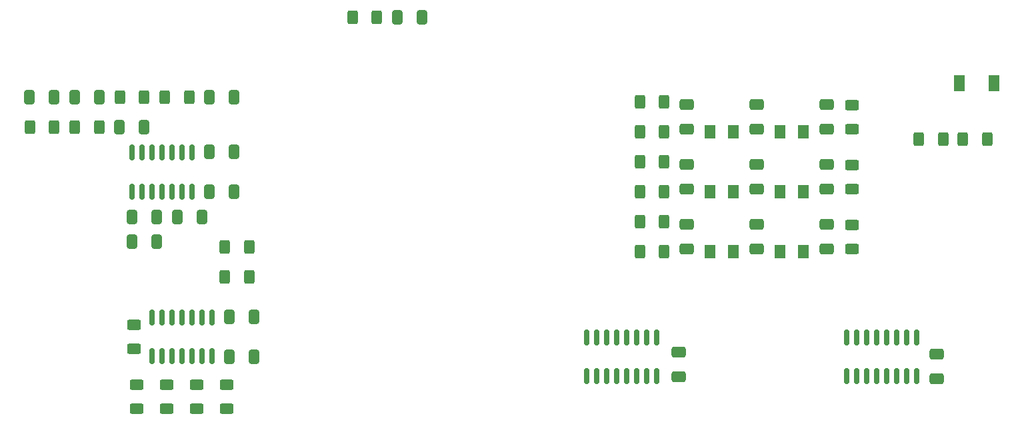
<source format=gtp>
G04 #@! TF.GenerationSoftware,KiCad,Pcbnew,6.0.10-86aedd382b~118~ubuntu18.04.1*
G04 #@! TF.CreationDate,2025-05-01T16:39:21+01:00*
G04 #@! TF.ProjectId,tangnano20k_dock,74616e67-6e61-46e6-9f32-306b5f646f63,rev?*
G04 #@! TF.SameCoordinates,Original*
G04 #@! TF.FileFunction,Paste,Top*
G04 #@! TF.FilePolarity,Positive*
%FSLAX46Y46*%
G04 Gerber Fmt 4.6, Leading zero omitted, Abs format (unit mm)*
G04 Created by KiCad (PCBNEW 6.0.10-86aedd382b~118~ubuntu18.04.1) date 2025-05-01 16:39:21*
%MOMM*%
%LPD*%
G01*
G04 APERTURE LIST*
G04 Aperture macros list*
%AMRoundRect*
0 Rectangle with rounded corners*
0 $1 Rounding radius*
0 $2 $3 $4 $5 $6 $7 $8 $9 X,Y pos of 4 corners*
0 Add a 4 corners polygon primitive as box body*
4,1,4,$2,$3,$4,$5,$6,$7,$8,$9,$2,$3,0*
0 Add four circle primitives for the rounded corners*
1,1,$1+$1,$2,$3*
1,1,$1+$1,$4,$5*
1,1,$1+$1,$6,$7*
1,1,$1+$1,$8,$9*
0 Add four rect primitives between the rounded corners*
20,1,$1+$1,$2,$3,$4,$5,0*
20,1,$1+$1,$4,$5,$6,$7,0*
20,1,$1+$1,$6,$7,$8,$9,0*
20,1,$1+$1,$8,$9,$2,$3,0*%
G04 Aperture macros list end*
%ADD10RoundRect,0.250000X0.650000X-0.412500X0.650000X0.412500X-0.650000X0.412500X-0.650000X-0.412500X0*%
%ADD11RoundRect,0.150000X-0.150000X0.825000X-0.150000X-0.825000X0.150000X-0.825000X0.150000X0.825000X0*%
%ADD12RoundRect,0.250001X-0.462499X-0.624999X0.462499X-0.624999X0.462499X0.624999X-0.462499X0.624999X0*%
%ADD13RoundRect,0.250000X0.412500X0.650000X-0.412500X0.650000X-0.412500X-0.650000X0.412500X-0.650000X0*%
%ADD14RoundRect,0.250000X0.400000X0.625000X-0.400000X0.625000X-0.400000X-0.625000X0.400000X-0.625000X0*%
%ADD15RoundRect,0.250000X0.625000X-0.400000X0.625000X0.400000X-0.625000X0.400000X-0.625000X-0.400000X0*%
%ADD16RoundRect,0.250000X-0.400000X-0.625000X0.400000X-0.625000X0.400000X0.625000X-0.400000X0.625000X0*%
%ADD17RoundRect,0.250000X-0.412500X-0.650000X0.412500X-0.650000X0.412500X0.650000X-0.412500X0.650000X0*%
%ADD18R,1.400000X2.100000*%
%ADD19RoundRect,0.250000X-0.625000X0.400000X-0.625000X-0.400000X0.625000X-0.400000X0.625000X0.400000X0*%
G04 APERTURE END LIST*
D10*
X158750000Y-87287500D03*
X158750000Y-84162500D03*
D11*
X95885000Y-74995000D03*
X94615000Y-74995000D03*
X93345000Y-74995000D03*
X92075000Y-74995000D03*
X90805000Y-74995000D03*
X89535000Y-74995000D03*
X88265000Y-74995000D03*
X88265000Y-79945000D03*
X89535000Y-79945000D03*
X90805000Y-79945000D03*
X92075000Y-79945000D03*
X93345000Y-79945000D03*
X94615000Y-79945000D03*
X95885000Y-79945000D03*
D10*
X167640000Y-79667500D03*
X167640000Y-76542500D03*
D12*
X161707500Y-72390000D03*
X164682500Y-72390000D03*
D13*
X91440000Y-86355000D03*
X88315000Y-86355000D03*
D14*
X78385000Y-71755000D03*
X75285000Y-71755000D03*
D15*
X92710000Y-107590000D03*
X92710000Y-104490000D03*
D10*
X167640000Y-72047500D03*
X167640000Y-68922500D03*
D16*
X152755000Y-76195000D03*
X155855000Y-76195000D03*
D15*
X96520000Y-107590000D03*
X96520000Y-104490000D03*
D13*
X103797500Y-100960000D03*
X100672500Y-100960000D03*
D12*
X161707500Y-80010000D03*
X164682500Y-80010000D03*
D15*
X179705000Y-79655000D03*
X179705000Y-76555000D03*
D13*
X103797500Y-95880000D03*
X100672500Y-95880000D03*
D17*
X88315000Y-83185000D03*
X91440000Y-83185000D03*
D11*
X154940000Y-98490000D03*
X153670000Y-98490000D03*
X152400000Y-98490000D03*
X151130000Y-98490000D03*
X149860000Y-98490000D03*
X148590000Y-98490000D03*
X147320000Y-98490000D03*
X146050000Y-98490000D03*
X146050000Y-103440000D03*
X147320000Y-103440000D03*
X148590000Y-103440000D03*
X149860000Y-103440000D03*
X151130000Y-103440000D03*
X152400000Y-103440000D03*
X153670000Y-103440000D03*
X154940000Y-103440000D03*
X98425000Y-95945000D03*
X97155000Y-95945000D03*
X95885000Y-95945000D03*
X94615000Y-95945000D03*
X93345000Y-95945000D03*
X92075000Y-95945000D03*
X90805000Y-95945000D03*
X90805000Y-100895000D03*
X92075000Y-100895000D03*
X93345000Y-100895000D03*
X94615000Y-100895000D03*
X95885000Y-100895000D03*
X97155000Y-100895000D03*
X98425000Y-100895000D03*
D17*
X86702500Y-71750000D03*
X89827500Y-71750000D03*
D15*
X179705000Y-87275000D03*
X179705000Y-84175000D03*
D16*
X152755000Y-80005000D03*
X155855000Y-80005000D03*
D12*
X170597500Y-72390000D03*
X173572500Y-72390000D03*
D10*
X176530000Y-79667500D03*
X176530000Y-76542500D03*
D17*
X80987500Y-67940000D03*
X84112500Y-67940000D03*
D13*
X101257500Y-67945000D03*
X98132500Y-67945000D03*
D16*
X152755000Y-83815000D03*
X155855000Y-83815000D03*
D17*
X94030000Y-83185000D03*
X97155000Y-83185000D03*
D14*
X95530000Y-67940000D03*
X92430000Y-67940000D03*
D16*
X86715000Y-67940000D03*
X89815000Y-67940000D03*
D17*
X121970000Y-57780000D03*
X125095000Y-57780000D03*
D13*
X101257500Y-80010000D03*
X98132500Y-80010000D03*
D12*
X170597500Y-87630000D03*
X173572500Y-87630000D03*
D16*
X81000000Y-71755000D03*
X84100000Y-71755000D03*
D10*
X176530000Y-72047500D03*
X176530000Y-68922500D03*
X190500000Y-103792500D03*
X190500000Y-100667500D03*
D18*
X197790000Y-66135000D03*
X193390000Y-66135000D03*
D16*
X100050000Y-90800000D03*
X103150000Y-90800000D03*
X152755000Y-72385000D03*
X155855000Y-72385000D03*
D15*
X100330000Y-107590000D03*
X100330000Y-104490000D03*
D11*
X187960000Y-98490000D03*
X186690000Y-98490000D03*
X185420000Y-98490000D03*
X184150000Y-98490000D03*
X182880000Y-98490000D03*
X181610000Y-98490000D03*
X180340000Y-98490000D03*
X179070000Y-98490000D03*
X179070000Y-103440000D03*
X180340000Y-103440000D03*
X181610000Y-103440000D03*
X182880000Y-103440000D03*
X184150000Y-103440000D03*
X185420000Y-103440000D03*
X186690000Y-103440000D03*
X187960000Y-103440000D03*
D12*
X161707500Y-87630000D03*
X164682500Y-87630000D03*
D13*
X78397500Y-67940000D03*
X75272500Y-67940000D03*
D14*
X196876000Y-73274000D03*
X193776000Y-73274000D03*
D10*
X158750000Y-79667500D03*
X158750000Y-76542500D03*
D13*
X101257500Y-74930000D03*
X98132500Y-74930000D03*
D10*
X158750000Y-72047500D03*
X158750000Y-68922500D03*
X167640000Y-87287500D03*
X167640000Y-84162500D03*
D15*
X88900000Y-107590000D03*
X88900000Y-104490000D03*
D16*
X152755000Y-68575000D03*
X155855000Y-68575000D03*
X152755000Y-87625000D03*
X155855000Y-87625000D03*
D10*
X176530000Y-87287500D03*
X176530000Y-84162500D03*
D19*
X88540000Y-96870000D03*
X88540000Y-99970000D03*
D16*
X116280000Y-57780000D03*
X119380000Y-57780000D03*
D12*
X170597500Y-80010000D03*
X173572500Y-80010000D03*
D15*
X179705000Y-72035000D03*
X179705000Y-68935000D03*
D10*
X157734000Y-103500000D03*
X157734000Y-100375000D03*
D16*
X100050000Y-86990000D03*
X103150000Y-86990000D03*
X188188000Y-73274000D03*
X191288000Y-73274000D03*
M02*

</source>
